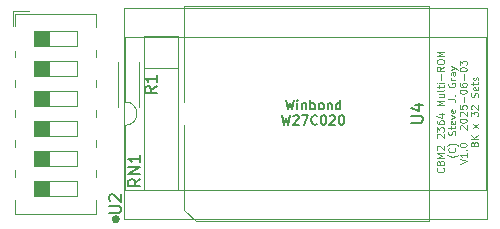
<source format=gbr>
G04 #@! TF.GenerationSoftware,KiCad,Pcbnew,9.0.0*
G04 #@! TF.CreationDate,2025-06-03T17:41:34-04:00*
G04 #@! TF.ProjectId,CBM2-MultiROM,43424d32-2d4d-4756-9c74-69524f4d2e6b,rev?*
G04 #@! TF.SameCoordinates,Original*
G04 #@! TF.FileFunction,Legend,Top*
G04 #@! TF.FilePolarity,Positive*
%FSLAX46Y46*%
G04 Gerber Fmt 4.6, Leading zero omitted, Abs format (unit mm)*
G04 Created by KiCad (PCBNEW 9.0.0) date 2025-06-03 17:41:34*
%MOMM*%
%LPD*%
G01*
G04 APERTURE LIST*
%ADD10C,0.362368*%
%ADD11C,0.150000*%
%ADD12C,0.100000*%
%ADD13C,0.120000*%
G04 APERTURE END LIST*
D10*
X112652384Y-96522850D02*
G75*
G02*
X112290016Y-96522850I-181184J0D01*
G01*
X112290016Y-96522850D02*
G75*
G02*
X112652384Y-96522850I181184J0D01*
G01*
D11*
X126866941Y-86426940D02*
X127057417Y-87226940D01*
X127057417Y-87226940D02*
X127209798Y-86655511D01*
X127209798Y-86655511D02*
X127362179Y-87226940D01*
X127362179Y-87226940D02*
X127552656Y-86426940D01*
X127857418Y-87226940D02*
X127857418Y-86693606D01*
X127857418Y-86426940D02*
X127819322Y-86465035D01*
X127819322Y-86465035D02*
X127857418Y-86503130D01*
X127857418Y-86503130D02*
X127895513Y-86465035D01*
X127895513Y-86465035D02*
X127857418Y-86426940D01*
X127857418Y-86426940D02*
X127857418Y-86503130D01*
X128238370Y-86693606D02*
X128238370Y-87226940D01*
X128238370Y-86769797D02*
X128276465Y-86731702D01*
X128276465Y-86731702D02*
X128352655Y-86693606D01*
X128352655Y-86693606D02*
X128466941Y-86693606D01*
X128466941Y-86693606D02*
X128543132Y-86731702D01*
X128543132Y-86731702D02*
X128581227Y-86807892D01*
X128581227Y-86807892D02*
X128581227Y-87226940D01*
X128962180Y-87226940D02*
X128962180Y-86426940D01*
X128962180Y-86731702D02*
X129038370Y-86693606D01*
X129038370Y-86693606D02*
X129190751Y-86693606D01*
X129190751Y-86693606D02*
X129266942Y-86731702D01*
X129266942Y-86731702D02*
X129305037Y-86769797D01*
X129305037Y-86769797D02*
X129343132Y-86845987D01*
X129343132Y-86845987D02*
X129343132Y-87074559D01*
X129343132Y-87074559D02*
X129305037Y-87150749D01*
X129305037Y-87150749D02*
X129266942Y-87188845D01*
X129266942Y-87188845D02*
X129190751Y-87226940D01*
X129190751Y-87226940D02*
X129038370Y-87226940D01*
X129038370Y-87226940D02*
X128962180Y-87188845D01*
X129800275Y-87226940D02*
X129724085Y-87188845D01*
X129724085Y-87188845D02*
X129685990Y-87150749D01*
X129685990Y-87150749D02*
X129647894Y-87074559D01*
X129647894Y-87074559D02*
X129647894Y-86845987D01*
X129647894Y-86845987D02*
X129685990Y-86769797D01*
X129685990Y-86769797D02*
X129724085Y-86731702D01*
X129724085Y-86731702D02*
X129800275Y-86693606D01*
X129800275Y-86693606D02*
X129914561Y-86693606D01*
X129914561Y-86693606D02*
X129990752Y-86731702D01*
X129990752Y-86731702D02*
X130028847Y-86769797D01*
X130028847Y-86769797D02*
X130066942Y-86845987D01*
X130066942Y-86845987D02*
X130066942Y-87074559D01*
X130066942Y-87074559D02*
X130028847Y-87150749D01*
X130028847Y-87150749D02*
X129990752Y-87188845D01*
X129990752Y-87188845D02*
X129914561Y-87226940D01*
X129914561Y-87226940D02*
X129800275Y-87226940D01*
X130409800Y-86693606D02*
X130409800Y-87226940D01*
X130409800Y-86769797D02*
X130447895Y-86731702D01*
X130447895Y-86731702D02*
X130524085Y-86693606D01*
X130524085Y-86693606D02*
X130638371Y-86693606D01*
X130638371Y-86693606D02*
X130714562Y-86731702D01*
X130714562Y-86731702D02*
X130752657Y-86807892D01*
X130752657Y-86807892D02*
X130752657Y-87226940D01*
X131476467Y-87226940D02*
X131476467Y-86426940D01*
X131476467Y-87188845D02*
X131400276Y-87226940D01*
X131400276Y-87226940D02*
X131247895Y-87226940D01*
X131247895Y-87226940D02*
X131171705Y-87188845D01*
X131171705Y-87188845D02*
X131133610Y-87150749D01*
X131133610Y-87150749D02*
X131095514Y-87074559D01*
X131095514Y-87074559D02*
X131095514Y-86845987D01*
X131095514Y-86845987D02*
X131133610Y-86769797D01*
X131133610Y-86769797D02*
X131171705Y-86731702D01*
X131171705Y-86731702D02*
X131247895Y-86693606D01*
X131247895Y-86693606D02*
X131400276Y-86693606D01*
X131400276Y-86693606D02*
X131476467Y-86731702D01*
X126562180Y-87714895D02*
X126752656Y-88514895D01*
X126752656Y-88514895D02*
X126905037Y-87943466D01*
X126905037Y-87943466D02*
X127057418Y-88514895D01*
X127057418Y-88514895D02*
X127247895Y-87714895D01*
X127514561Y-87791085D02*
X127552657Y-87752990D01*
X127552657Y-87752990D02*
X127628847Y-87714895D01*
X127628847Y-87714895D02*
X127819323Y-87714895D01*
X127819323Y-87714895D02*
X127895514Y-87752990D01*
X127895514Y-87752990D02*
X127933609Y-87791085D01*
X127933609Y-87791085D02*
X127971704Y-87867276D01*
X127971704Y-87867276D02*
X127971704Y-87943466D01*
X127971704Y-87943466D02*
X127933609Y-88057752D01*
X127933609Y-88057752D02*
X127476466Y-88514895D01*
X127476466Y-88514895D02*
X127971704Y-88514895D01*
X128238371Y-87714895D02*
X128771705Y-87714895D01*
X128771705Y-87714895D02*
X128428847Y-88514895D01*
X129533610Y-88438704D02*
X129495514Y-88476800D01*
X129495514Y-88476800D02*
X129381229Y-88514895D01*
X129381229Y-88514895D02*
X129305038Y-88514895D01*
X129305038Y-88514895D02*
X129190752Y-88476800D01*
X129190752Y-88476800D02*
X129114562Y-88400609D01*
X129114562Y-88400609D02*
X129076467Y-88324419D01*
X129076467Y-88324419D02*
X129038371Y-88172038D01*
X129038371Y-88172038D02*
X129038371Y-88057752D01*
X129038371Y-88057752D02*
X129076467Y-87905371D01*
X129076467Y-87905371D02*
X129114562Y-87829180D01*
X129114562Y-87829180D02*
X129190752Y-87752990D01*
X129190752Y-87752990D02*
X129305038Y-87714895D01*
X129305038Y-87714895D02*
X129381229Y-87714895D01*
X129381229Y-87714895D02*
X129495514Y-87752990D01*
X129495514Y-87752990D02*
X129533610Y-87791085D01*
X130028848Y-87714895D02*
X130105038Y-87714895D01*
X130105038Y-87714895D02*
X130181229Y-87752990D01*
X130181229Y-87752990D02*
X130219324Y-87791085D01*
X130219324Y-87791085D02*
X130257419Y-87867276D01*
X130257419Y-87867276D02*
X130295514Y-88019657D01*
X130295514Y-88019657D02*
X130295514Y-88210133D01*
X130295514Y-88210133D02*
X130257419Y-88362514D01*
X130257419Y-88362514D02*
X130219324Y-88438704D01*
X130219324Y-88438704D02*
X130181229Y-88476800D01*
X130181229Y-88476800D02*
X130105038Y-88514895D01*
X130105038Y-88514895D02*
X130028848Y-88514895D01*
X130028848Y-88514895D02*
X129952657Y-88476800D01*
X129952657Y-88476800D02*
X129914562Y-88438704D01*
X129914562Y-88438704D02*
X129876467Y-88362514D01*
X129876467Y-88362514D02*
X129838371Y-88210133D01*
X129838371Y-88210133D02*
X129838371Y-88019657D01*
X129838371Y-88019657D02*
X129876467Y-87867276D01*
X129876467Y-87867276D02*
X129914562Y-87791085D01*
X129914562Y-87791085D02*
X129952657Y-87752990D01*
X129952657Y-87752990D02*
X130028848Y-87714895D01*
X130600276Y-87791085D02*
X130638372Y-87752990D01*
X130638372Y-87752990D02*
X130714562Y-87714895D01*
X130714562Y-87714895D02*
X130905038Y-87714895D01*
X130905038Y-87714895D02*
X130981229Y-87752990D01*
X130981229Y-87752990D02*
X131019324Y-87791085D01*
X131019324Y-87791085D02*
X131057419Y-87867276D01*
X131057419Y-87867276D02*
X131057419Y-87943466D01*
X131057419Y-87943466D02*
X131019324Y-88057752D01*
X131019324Y-88057752D02*
X130562181Y-88514895D01*
X130562181Y-88514895D02*
X131057419Y-88514895D01*
X131552658Y-87714895D02*
X131628848Y-87714895D01*
X131628848Y-87714895D02*
X131705039Y-87752990D01*
X131705039Y-87752990D02*
X131743134Y-87791085D01*
X131743134Y-87791085D02*
X131781229Y-87867276D01*
X131781229Y-87867276D02*
X131819324Y-88019657D01*
X131819324Y-88019657D02*
X131819324Y-88210133D01*
X131819324Y-88210133D02*
X131781229Y-88362514D01*
X131781229Y-88362514D02*
X131743134Y-88438704D01*
X131743134Y-88438704D02*
X131705039Y-88476800D01*
X131705039Y-88476800D02*
X131628848Y-88514895D01*
X131628848Y-88514895D02*
X131552658Y-88514895D01*
X131552658Y-88514895D02*
X131476467Y-88476800D01*
X131476467Y-88476800D02*
X131438372Y-88438704D01*
X131438372Y-88438704D02*
X131400277Y-88362514D01*
X131400277Y-88362514D02*
X131362181Y-88210133D01*
X131362181Y-88210133D02*
X131362181Y-88019657D01*
X131362181Y-88019657D02*
X131400277Y-87867276D01*
X131400277Y-87867276D02*
X131438372Y-87791085D01*
X131438372Y-87791085D02*
X131476467Y-87752990D01*
X131476467Y-87752990D02*
X131552658Y-87714895D01*
D12*
X140196930Y-92183942D02*
X140225502Y-92212514D01*
X140225502Y-92212514D02*
X140254073Y-92298228D01*
X140254073Y-92298228D02*
X140254073Y-92355371D01*
X140254073Y-92355371D02*
X140225502Y-92441085D01*
X140225502Y-92441085D02*
X140168359Y-92498228D01*
X140168359Y-92498228D02*
X140111216Y-92526799D01*
X140111216Y-92526799D02*
X139996930Y-92555371D01*
X139996930Y-92555371D02*
X139911216Y-92555371D01*
X139911216Y-92555371D02*
X139796930Y-92526799D01*
X139796930Y-92526799D02*
X139739787Y-92498228D01*
X139739787Y-92498228D02*
X139682644Y-92441085D01*
X139682644Y-92441085D02*
X139654073Y-92355371D01*
X139654073Y-92355371D02*
X139654073Y-92298228D01*
X139654073Y-92298228D02*
X139682644Y-92212514D01*
X139682644Y-92212514D02*
X139711216Y-92183942D01*
X139939787Y-91726799D02*
X139968359Y-91641085D01*
X139968359Y-91641085D02*
X139996930Y-91612514D01*
X139996930Y-91612514D02*
X140054073Y-91583942D01*
X140054073Y-91583942D02*
X140139787Y-91583942D01*
X140139787Y-91583942D02*
X140196930Y-91612514D01*
X140196930Y-91612514D02*
X140225502Y-91641085D01*
X140225502Y-91641085D02*
X140254073Y-91698228D01*
X140254073Y-91698228D02*
X140254073Y-91926799D01*
X140254073Y-91926799D02*
X139654073Y-91926799D01*
X139654073Y-91926799D02*
X139654073Y-91726799D01*
X139654073Y-91726799D02*
X139682644Y-91669657D01*
X139682644Y-91669657D02*
X139711216Y-91641085D01*
X139711216Y-91641085D02*
X139768359Y-91612514D01*
X139768359Y-91612514D02*
X139825502Y-91612514D01*
X139825502Y-91612514D02*
X139882644Y-91641085D01*
X139882644Y-91641085D02*
X139911216Y-91669657D01*
X139911216Y-91669657D02*
X139939787Y-91726799D01*
X139939787Y-91726799D02*
X139939787Y-91926799D01*
X140254073Y-91326799D02*
X139654073Y-91326799D01*
X139654073Y-91326799D02*
X140082644Y-91126799D01*
X140082644Y-91126799D02*
X139654073Y-90926799D01*
X139654073Y-90926799D02*
X140254073Y-90926799D01*
X139711216Y-90669657D02*
X139682644Y-90641085D01*
X139682644Y-90641085D02*
X139654073Y-90583943D01*
X139654073Y-90583943D02*
X139654073Y-90441085D01*
X139654073Y-90441085D02*
X139682644Y-90383943D01*
X139682644Y-90383943D02*
X139711216Y-90355371D01*
X139711216Y-90355371D02*
X139768359Y-90326800D01*
X139768359Y-90326800D02*
X139825502Y-90326800D01*
X139825502Y-90326800D02*
X139911216Y-90355371D01*
X139911216Y-90355371D02*
X140254073Y-90698228D01*
X140254073Y-90698228D02*
X140254073Y-90326800D01*
X139711216Y-89641085D02*
X139682644Y-89612513D01*
X139682644Y-89612513D02*
X139654073Y-89555371D01*
X139654073Y-89555371D02*
X139654073Y-89412513D01*
X139654073Y-89412513D02*
X139682644Y-89355371D01*
X139682644Y-89355371D02*
X139711216Y-89326799D01*
X139711216Y-89326799D02*
X139768359Y-89298228D01*
X139768359Y-89298228D02*
X139825502Y-89298228D01*
X139825502Y-89298228D02*
X139911216Y-89326799D01*
X139911216Y-89326799D02*
X140254073Y-89669656D01*
X140254073Y-89669656D02*
X140254073Y-89298228D01*
X139654073Y-89098227D02*
X139654073Y-88726799D01*
X139654073Y-88726799D02*
X139882644Y-88926799D01*
X139882644Y-88926799D02*
X139882644Y-88841084D01*
X139882644Y-88841084D02*
X139911216Y-88783942D01*
X139911216Y-88783942D02*
X139939787Y-88755370D01*
X139939787Y-88755370D02*
X139996930Y-88726799D01*
X139996930Y-88726799D02*
X140139787Y-88726799D01*
X140139787Y-88726799D02*
X140196930Y-88755370D01*
X140196930Y-88755370D02*
X140225502Y-88783942D01*
X140225502Y-88783942D02*
X140254073Y-88841084D01*
X140254073Y-88841084D02*
X140254073Y-89012513D01*
X140254073Y-89012513D02*
X140225502Y-89069656D01*
X140225502Y-89069656D02*
X140196930Y-89098227D01*
X139654073Y-88212513D02*
X139654073Y-88326798D01*
X139654073Y-88326798D02*
X139682644Y-88383941D01*
X139682644Y-88383941D02*
X139711216Y-88412513D01*
X139711216Y-88412513D02*
X139796930Y-88469655D01*
X139796930Y-88469655D02*
X139911216Y-88498227D01*
X139911216Y-88498227D02*
X140139787Y-88498227D01*
X140139787Y-88498227D02*
X140196930Y-88469655D01*
X140196930Y-88469655D02*
X140225502Y-88441084D01*
X140225502Y-88441084D02*
X140254073Y-88383941D01*
X140254073Y-88383941D02*
X140254073Y-88269655D01*
X140254073Y-88269655D02*
X140225502Y-88212513D01*
X140225502Y-88212513D02*
X140196930Y-88183941D01*
X140196930Y-88183941D02*
X140139787Y-88155370D01*
X140139787Y-88155370D02*
X139996930Y-88155370D01*
X139996930Y-88155370D02*
X139939787Y-88183941D01*
X139939787Y-88183941D02*
X139911216Y-88212513D01*
X139911216Y-88212513D02*
X139882644Y-88269655D01*
X139882644Y-88269655D02*
X139882644Y-88383941D01*
X139882644Y-88383941D02*
X139911216Y-88441084D01*
X139911216Y-88441084D02*
X139939787Y-88469655D01*
X139939787Y-88469655D02*
X139996930Y-88498227D01*
X139854073Y-87641084D02*
X140254073Y-87641084D01*
X139625502Y-87783941D02*
X140054073Y-87926798D01*
X140054073Y-87926798D02*
X140054073Y-87555369D01*
X140254073Y-86869654D02*
X139654073Y-86869654D01*
X139654073Y-86869654D02*
X140082644Y-86669654D01*
X140082644Y-86669654D02*
X139654073Y-86469654D01*
X139654073Y-86469654D02*
X140254073Y-86469654D01*
X139854073Y-85926798D02*
X140254073Y-85926798D01*
X139854073Y-86183940D02*
X140168359Y-86183940D01*
X140168359Y-86183940D02*
X140225502Y-86155369D01*
X140225502Y-86155369D02*
X140254073Y-86098226D01*
X140254073Y-86098226D02*
X140254073Y-86012512D01*
X140254073Y-86012512D02*
X140225502Y-85955369D01*
X140225502Y-85955369D02*
X140196930Y-85926798D01*
X140254073Y-85555369D02*
X140225502Y-85612512D01*
X140225502Y-85612512D02*
X140168359Y-85641083D01*
X140168359Y-85641083D02*
X139654073Y-85641083D01*
X139854073Y-85412512D02*
X139854073Y-85183940D01*
X139654073Y-85326797D02*
X140168359Y-85326797D01*
X140168359Y-85326797D02*
X140225502Y-85298226D01*
X140225502Y-85298226D02*
X140254073Y-85241083D01*
X140254073Y-85241083D02*
X140254073Y-85183940D01*
X140254073Y-84983940D02*
X139854073Y-84983940D01*
X139654073Y-84983940D02*
X139682644Y-85012512D01*
X139682644Y-85012512D02*
X139711216Y-84983940D01*
X139711216Y-84983940D02*
X139682644Y-84955369D01*
X139682644Y-84955369D02*
X139654073Y-84983940D01*
X139654073Y-84983940D02*
X139711216Y-84983940D01*
X140025502Y-84698226D02*
X140025502Y-84241084D01*
X140254073Y-83612512D02*
X139968359Y-83812512D01*
X140254073Y-83955369D02*
X139654073Y-83955369D01*
X139654073Y-83955369D02*
X139654073Y-83726798D01*
X139654073Y-83726798D02*
X139682644Y-83669655D01*
X139682644Y-83669655D02*
X139711216Y-83641084D01*
X139711216Y-83641084D02*
X139768359Y-83612512D01*
X139768359Y-83612512D02*
X139854073Y-83612512D01*
X139854073Y-83612512D02*
X139911216Y-83641084D01*
X139911216Y-83641084D02*
X139939787Y-83669655D01*
X139939787Y-83669655D02*
X139968359Y-83726798D01*
X139968359Y-83726798D02*
X139968359Y-83955369D01*
X139654073Y-83241084D02*
X139654073Y-83126798D01*
X139654073Y-83126798D02*
X139682644Y-83069655D01*
X139682644Y-83069655D02*
X139739787Y-83012512D01*
X139739787Y-83012512D02*
X139854073Y-82983941D01*
X139854073Y-82983941D02*
X140054073Y-82983941D01*
X140054073Y-82983941D02*
X140168359Y-83012512D01*
X140168359Y-83012512D02*
X140225502Y-83069655D01*
X140225502Y-83069655D02*
X140254073Y-83126798D01*
X140254073Y-83126798D02*
X140254073Y-83241084D01*
X140254073Y-83241084D02*
X140225502Y-83298227D01*
X140225502Y-83298227D02*
X140168359Y-83355369D01*
X140168359Y-83355369D02*
X140054073Y-83383941D01*
X140054073Y-83383941D02*
X139854073Y-83383941D01*
X139854073Y-83383941D02*
X139739787Y-83355369D01*
X139739787Y-83355369D02*
X139682644Y-83298227D01*
X139682644Y-83298227D02*
X139654073Y-83241084D01*
X140254073Y-82726798D02*
X139654073Y-82726798D01*
X139654073Y-82726798D02*
X140082644Y-82526798D01*
X140082644Y-82526798D02*
X139654073Y-82326798D01*
X139654073Y-82326798D02*
X140254073Y-82326798D01*
X141448610Y-91055372D02*
X141420039Y-91083943D01*
X141420039Y-91083943D02*
X141334325Y-91141086D01*
X141334325Y-91141086D02*
X141277182Y-91169658D01*
X141277182Y-91169658D02*
X141191468Y-91198229D01*
X141191468Y-91198229D02*
X141048610Y-91226800D01*
X141048610Y-91226800D02*
X140934325Y-91226800D01*
X140934325Y-91226800D02*
X140791468Y-91198229D01*
X140791468Y-91198229D02*
X140705753Y-91169658D01*
X140705753Y-91169658D02*
X140648610Y-91141086D01*
X140648610Y-91141086D02*
X140562896Y-91083943D01*
X140562896Y-91083943D02*
X140534325Y-91055372D01*
X141162896Y-90483943D02*
X141191468Y-90512515D01*
X141191468Y-90512515D02*
X141220039Y-90598229D01*
X141220039Y-90598229D02*
X141220039Y-90655372D01*
X141220039Y-90655372D02*
X141191468Y-90741086D01*
X141191468Y-90741086D02*
X141134325Y-90798229D01*
X141134325Y-90798229D02*
X141077182Y-90826800D01*
X141077182Y-90826800D02*
X140962896Y-90855372D01*
X140962896Y-90855372D02*
X140877182Y-90855372D01*
X140877182Y-90855372D02*
X140762896Y-90826800D01*
X140762896Y-90826800D02*
X140705753Y-90798229D01*
X140705753Y-90798229D02*
X140648610Y-90741086D01*
X140648610Y-90741086D02*
X140620039Y-90655372D01*
X140620039Y-90655372D02*
X140620039Y-90598229D01*
X140620039Y-90598229D02*
X140648610Y-90512515D01*
X140648610Y-90512515D02*
X140677182Y-90483943D01*
X141448610Y-90283943D02*
X141420039Y-90255372D01*
X141420039Y-90255372D02*
X141334325Y-90198229D01*
X141334325Y-90198229D02*
X141277182Y-90169658D01*
X141277182Y-90169658D02*
X141191468Y-90141086D01*
X141191468Y-90141086D02*
X141048610Y-90112515D01*
X141048610Y-90112515D02*
X140934325Y-90112515D01*
X140934325Y-90112515D02*
X140791468Y-90141086D01*
X140791468Y-90141086D02*
X140705753Y-90169658D01*
X140705753Y-90169658D02*
X140648610Y-90198229D01*
X140648610Y-90198229D02*
X140562896Y-90255372D01*
X140562896Y-90255372D02*
X140534325Y-90283943D01*
X141191468Y-89398229D02*
X141220039Y-89312515D01*
X141220039Y-89312515D02*
X141220039Y-89169657D01*
X141220039Y-89169657D02*
X141191468Y-89112515D01*
X141191468Y-89112515D02*
X141162896Y-89083943D01*
X141162896Y-89083943D02*
X141105753Y-89055372D01*
X141105753Y-89055372D02*
X141048610Y-89055372D01*
X141048610Y-89055372D02*
X140991468Y-89083943D01*
X140991468Y-89083943D02*
X140962896Y-89112515D01*
X140962896Y-89112515D02*
X140934325Y-89169657D01*
X140934325Y-89169657D02*
X140905753Y-89283943D01*
X140905753Y-89283943D02*
X140877182Y-89341086D01*
X140877182Y-89341086D02*
X140848610Y-89369657D01*
X140848610Y-89369657D02*
X140791468Y-89398229D01*
X140791468Y-89398229D02*
X140734325Y-89398229D01*
X140734325Y-89398229D02*
X140677182Y-89369657D01*
X140677182Y-89369657D02*
X140648610Y-89341086D01*
X140648610Y-89341086D02*
X140620039Y-89283943D01*
X140620039Y-89283943D02*
X140620039Y-89141086D01*
X140620039Y-89141086D02*
X140648610Y-89055372D01*
X140820039Y-88883943D02*
X140820039Y-88655371D01*
X140620039Y-88798228D02*
X141134325Y-88798228D01*
X141134325Y-88798228D02*
X141191468Y-88769657D01*
X141191468Y-88769657D02*
X141220039Y-88712514D01*
X141220039Y-88712514D02*
X141220039Y-88655371D01*
X141191468Y-88226800D02*
X141220039Y-88283943D01*
X141220039Y-88283943D02*
X141220039Y-88398229D01*
X141220039Y-88398229D02*
X141191468Y-88455371D01*
X141191468Y-88455371D02*
X141134325Y-88483943D01*
X141134325Y-88483943D02*
X140905753Y-88483943D01*
X140905753Y-88483943D02*
X140848610Y-88455371D01*
X140848610Y-88455371D02*
X140820039Y-88398229D01*
X140820039Y-88398229D02*
X140820039Y-88283943D01*
X140820039Y-88283943D02*
X140848610Y-88226800D01*
X140848610Y-88226800D02*
X140905753Y-88198229D01*
X140905753Y-88198229D02*
X140962896Y-88198229D01*
X140962896Y-88198229D02*
X141020039Y-88483943D01*
X140820039Y-87998228D02*
X141220039Y-87855371D01*
X141220039Y-87855371D02*
X140820039Y-87712514D01*
X141191468Y-87255371D02*
X141220039Y-87312514D01*
X141220039Y-87312514D02*
X141220039Y-87426800D01*
X141220039Y-87426800D02*
X141191468Y-87483942D01*
X141191468Y-87483942D02*
X141134325Y-87512514D01*
X141134325Y-87512514D02*
X140905753Y-87512514D01*
X140905753Y-87512514D02*
X140848610Y-87483942D01*
X140848610Y-87483942D02*
X140820039Y-87426800D01*
X140820039Y-87426800D02*
X140820039Y-87312514D01*
X140820039Y-87312514D02*
X140848610Y-87255371D01*
X140848610Y-87255371D02*
X140905753Y-87226800D01*
X140905753Y-87226800D02*
X140962896Y-87226800D01*
X140962896Y-87226800D02*
X141020039Y-87512514D01*
X140620039Y-86341085D02*
X141048610Y-86341085D01*
X141048610Y-86341085D02*
X141134325Y-86369656D01*
X141134325Y-86369656D02*
X141191468Y-86426799D01*
X141191468Y-86426799D02*
X141220039Y-86512513D01*
X141220039Y-86512513D02*
X141220039Y-86569656D01*
X141162896Y-86055370D02*
X141191468Y-86026799D01*
X141191468Y-86026799D02*
X141220039Y-86055370D01*
X141220039Y-86055370D02*
X141191468Y-86083942D01*
X141191468Y-86083942D02*
X141162896Y-86055370D01*
X141162896Y-86055370D02*
X141220039Y-86055370D01*
X140648610Y-84998228D02*
X140620039Y-85055371D01*
X140620039Y-85055371D02*
X140620039Y-85141085D01*
X140620039Y-85141085D02*
X140648610Y-85226799D01*
X140648610Y-85226799D02*
X140705753Y-85283942D01*
X140705753Y-85283942D02*
X140762896Y-85312513D01*
X140762896Y-85312513D02*
X140877182Y-85341085D01*
X140877182Y-85341085D02*
X140962896Y-85341085D01*
X140962896Y-85341085D02*
X141077182Y-85312513D01*
X141077182Y-85312513D02*
X141134325Y-85283942D01*
X141134325Y-85283942D02*
X141191468Y-85226799D01*
X141191468Y-85226799D02*
X141220039Y-85141085D01*
X141220039Y-85141085D02*
X141220039Y-85083942D01*
X141220039Y-85083942D02*
X141191468Y-84998228D01*
X141191468Y-84998228D02*
X141162896Y-84969656D01*
X141162896Y-84969656D02*
X140962896Y-84969656D01*
X140962896Y-84969656D02*
X140962896Y-85083942D01*
X141220039Y-84712513D02*
X140820039Y-84712513D01*
X140934325Y-84712513D02*
X140877182Y-84683942D01*
X140877182Y-84683942D02*
X140848610Y-84655371D01*
X140848610Y-84655371D02*
X140820039Y-84598228D01*
X140820039Y-84598228D02*
X140820039Y-84541085D01*
X141220039Y-84083942D02*
X140905753Y-84083942D01*
X140905753Y-84083942D02*
X140848610Y-84112513D01*
X140848610Y-84112513D02*
X140820039Y-84169656D01*
X140820039Y-84169656D02*
X140820039Y-84283942D01*
X140820039Y-84283942D02*
X140848610Y-84341084D01*
X141191468Y-84083942D02*
X141220039Y-84141084D01*
X141220039Y-84141084D02*
X141220039Y-84283942D01*
X141220039Y-84283942D02*
X141191468Y-84341084D01*
X141191468Y-84341084D02*
X141134325Y-84369656D01*
X141134325Y-84369656D02*
X141077182Y-84369656D01*
X141077182Y-84369656D02*
X141020039Y-84341084D01*
X141020039Y-84341084D02*
X140991468Y-84283942D01*
X140991468Y-84283942D02*
X140991468Y-84141084D01*
X140991468Y-84141084D02*
X140962896Y-84083942D01*
X140820039Y-83855370D02*
X141220039Y-83712513D01*
X140820039Y-83569656D02*
X141220039Y-83712513D01*
X141220039Y-83712513D02*
X141362896Y-83769656D01*
X141362896Y-83769656D02*
X141391468Y-83798227D01*
X141391468Y-83798227D02*
X141420039Y-83855370D01*
X141586005Y-91826802D02*
X142186005Y-91626802D01*
X142186005Y-91626802D02*
X141586005Y-91426802D01*
X142186005Y-90912516D02*
X142186005Y-91255373D01*
X142186005Y-91083944D02*
X141586005Y-91083944D01*
X141586005Y-91083944D02*
X141671719Y-91141087D01*
X141671719Y-91141087D02*
X141728862Y-91198230D01*
X141728862Y-91198230D02*
X141757434Y-91255373D01*
X142128862Y-90655372D02*
X142157434Y-90626801D01*
X142157434Y-90626801D02*
X142186005Y-90655372D01*
X142186005Y-90655372D02*
X142157434Y-90683944D01*
X142157434Y-90683944D02*
X142128862Y-90655372D01*
X142128862Y-90655372D02*
X142186005Y-90655372D01*
X141586005Y-90255373D02*
X141586005Y-90198230D01*
X141586005Y-90198230D02*
X141614576Y-90141087D01*
X141614576Y-90141087D02*
X141643148Y-90112516D01*
X141643148Y-90112516D02*
X141700291Y-90083944D01*
X141700291Y-90083944D02*
X141814576Y-90055373D01*
X141814576Y-90055373D02*
X141957434Y-90055373D01*
X141957434Y-90055373D02*
X142071719Y-90083944D01*
X142071719Y-90083944D02*
X142128862Y-90112516D01*
X142128862Y-90112516D02*
X142157434Y-90141087D01*
X142157434Y-90141087D02*
X142186005Y-90198230D01*
X142186005Y-90198230D02*
X142186005Y-90255373D01*
X142186005Y-90255373D02*
X142157434Y-90312516D01*
X142157434Y-90312516D02*
X142128862Y-90341087D01*
X142128862Y-90341087D02*
X142071719Y-90369658D01*
X142071719Y-90369658D02*
X141957434Y-90398230D01*
X141957434Y-90398230D02*
X141814576Y-90398230D01*
X141814576Y-90398230D02*
X141700291Y-90369658D01*
X141700291Y-90369658D02*
X141643148Y-90341087D01*
X141643148Y-90341087D02*
X141614576Y-90312516D01*
X141614576Y-90312516D02*
X141586005Y-90255373D01*
X141643148Y-88912515D02*
X141614576Y-88883943D01*
X141614576Y-88883943D02*
X141586005Y-88826801D01*
X141586005Y-88826801D02*
X141586005Y-88683943D01*
X141586005Y-88683943D02*
X141614576Y-88626801D01*
X141614576Y-88626801D02*
X141643148Y-88598229D01*
X141643148Y-88598229D02*
X141700291Y-88569658D01*
X141700291Y-88569658D02*
X141757434Y-88569658D01*
X141757434Y-88569658D02*
X141843148Y-88598229D01*
X141843148Y-88598229D02*
X142186005Y-88941086D01*
X142186005Y-88941086D02*
X142186005Y-88569658D01*
X141586005Y-88198229D02*
X141586005Y-88141086D01*
X141586005Y-88141086D02*
X141614576Y-88083943D01*
X141614576Y-88083943D02*
X141643148Y-88055372D01*
X141643148Y-88055372D02*
X141700291Y-88026800D01*
X141700291Y-88026800D02*
X141814576Y-87998229D01*
X141814576Y-87998229D02*
X141957434Y-87998229D01*
X141957434Y-87998229D02*
X142071719Y-88026800D01*
X142071719Y-88026800D02*
X142128862Y-88055372D01*
X142128862Y-88055372D02*
X142157434Y-88083943D01*
X142157434Y-88083943D02*
X142186005Y-88141086D01*
X142186005Y-88141086D02*
X142186005Y-88198229D01*
X142186005Y-88198229D02*
X142157434Y-88255372D01*
X142157434Y-88255372D02*
X142128862Y-88283943D01*
X142128862Y-88283943D02*
X142071719Y-88312514D01*
X142071719Y-88312514D02*
X141957434Y-88341086D01*
X141957434Y-88341086D02*
X141814576Y-88341086D01*
X141814576Y-88341086D02*
X141700291Y-88312514D01*
X141700291Y-88312514D02*
X141643148Y-88283943D01*
X141643148Y-88283943D02*
X141614576Y-88255372D01*
X141614576Y-88255372D02*
X141586005Y-88198229D01*
X141643148Y-87769657D02*
X141614576Y-87741085D01*
X141614576Y-87741085D02*
X141586005Y-87683943D01*
X141586005Y-87683943D02*
X141586005Y-87541085D01*
X141586005Y-87541085D02*
X141614576Y-87483943D01*
X141614576Y-87483943D02*
X141643148Y-87455371D01*
X141643148Y-87455371D02*
X141700291Y-87426800D01*
X141700291Y-87426800D02*
X141757434Y-87426800D01*
X141757434Y-87426800D02*
X141843148Y-87455371D01*
X141843148Y-87455371D02*
X142186005Y-87798228D01*
X142186005Y-87798228D02*
X142186005Y-87426800D01*
X141586005Y-86883942D02*
X141586005Y-87169656D01*
X141586005Y-87169656D02*
X141871719Y-87198228D01*
X141871719Y-87198228D02*
X141843148Y-87169656D01*
X141843148Y-87169656D02*
X141814576Y-87112514D01*
X141814576Y-87112514D02*
X141814576Y-86969656D01*
X141814576Y-86969656D02*
X141843148Y-86912514D01*
X141843148Y-86912514D02*
X141871719Y-86883942D01*
X141871719Y-86883942D02*
X141928862Y-86855371D01*
X141928862Y-86855371D02*
X142071719Y-86855371D01*
X142071719Y-86855371D02*
X142128862Y-86883942D01*
X142128862Y-86883942D02*
X142157434Y-86912514D01*
X142157434Y-86912514D02*
X142186005Y-86969656D01*
X142186005Y-86969656D02*
X142186005Y-87112514D01*
X142186005Y-87112514D02*
X142157434Y-87169656D01*
X142157434Y-87169656D02*
X142128862Y-87198228D01*
X141957434Y-86598227D02*
X141957434Y-86141085D01*
X141586005Y-85741085D02*
X141586005Y-85683942D01*
X141586005Y-85683942D02*
X141614576Y-85626799D01*
X141614576Y-85626799D02*
X141643148Y-85598228D01*
X141643148Y-85598228D02*
X141700291Y-85569656D01*
X141700291Y-85569656D02*
X141814576Y-85541085D01*
X141814576Y-85541085D02*
X141957434Y-85541085D01*
X141957434Y-85541085D02*
X142071719Y-85569656D01*
X142071719Y-85569656D02*
X142128862Y-85598228D01*
X142128862Y-85598228D02*
X142157434Y-85626799D01*
X142157434Y-85626799D02*
X142186005Y-85683942D01*
X142186005Y-85683942D02*
X142186005Y-85741085D01*
X142186005Y-85741085D02*
X142157434Y-85798228D01*
X142157434Y-85798228D02*
X142128862Y-85826799D01*
X142128862Y-85826799D02*
X142071719Y-85855370D01*
X142071719Y-85855370D02*
X141957434Y-85883942D01*
X141957434Y-85883942D02*
X141814576Y-85883942D01*
X141814576Y-85883942D02*
X141700291Y-85855370D01*
X141700291Y-85855370D02*
X141643148Y-85826799D01*
X141643148Y-85826799D02*
X141614576Y-85798228D01*
X141614576Y-85798228D02*
X141586005Y-85741085D01*
X141586005Y-85026799D02*
X141586005Y-85141084D01*
X141586005Y-85141084D02*
X141614576Y-85198227D01*
X141614576Y-85198227D02*
X141643148Y-85226799D01*
X141643148Y-85226799D02*
X141728862Y-85283941D01*
X141728862Y-85283941D02*
X141843148Y-85312513D01*
X141843148Y-85312513D02*
X142071719Y-85312513D01*
X142071719Y-85312513D02*
X142128862Y-85283941D01*
X142128862Y-85283941D02*
X142157434Y-85255370D01*
X142157434Y-85255370D02*
X142186005Y-85198227D01*
X142186005Y-85198227D02*
X142186005Y-85083941D01*
X142186005Y-85083941D02*
X142157434Y-85026799D01*
X142157434Y-85026799D02*
X142128862Y-84998227D01*
X142128862Y-84998227D02*
X142071719Y-84969656D01*
X142071719Y-84969656D02*
X141928862Y-84969656D01*
X141928862Y-84969656D02*
X141871719Y-84998227D01*
X141871719Y-84998227D02*
X141843148Y-85026799D01*
X141843148Y-85026799D02*
X141814576Y-85083941D01*
X141814576Y-85083941D02*
X141814576Y-85198227D01*
X141814576Y-85198227D02*
X141843148Y-85255370D01*
X141843148Y-85255370D02*
X141871719Y-85283941D01*
X141871719Y-85283941D02*
X141928862Y-85312513D01*
X141957434Y-84712512D02*
X141957434Y-84255370D01*
X141586005Y-83855370D02*
X141586005Y-83798227D01*
X141586005Y-83798227D02*
X141614576Y-83741084D01*
X141614576Y-83741084D02*
X141643148Y-83712513D01*
X141643148Y-83712513D02*
X141700291Y-83683941D01*
X141700291Y-83683941D02*
X141814576Y-83655370D01*
X141814576Y-83655370D02*
X141957434Y-83655370D01*
X141957434Y-83655370D02*
X142071719Y-83683941D01*
X142071719Y-83683941D02*
X142128862Y-83712513D01*
X142128862Y-83712513D02*
X142157434Y-83741084D01*
X142157434Y-83741084D02*
X142186005Y-83798227D01*
X142186005Y-83798227D02*
X142186005Y-83855370D01*
X142186005Y-83855370D02*
X142157434Y-83912513D01*
X142157434Y-83912513D02*
X142128862Y-83941084D01*
X142128862Y-83941084D02*
X142071719Y-83969655D01*
X142071719Y-83969655D02*
X141957434Y-83998227D01*
X141957434Y-83998227D02*
X141814576Y-83998227D01*
X141814576Y-83998227D02*
X141700291Y-83969655D01*
X141700291Y-83969655D02*
X141643148Y-83941084D01*
X141643148Y-83941084D02*
X141614576Y-83912513D01*
X141614576Y-83912513D02*
X141586005Y-83855370D01*
X141586005Y-83455369D02*
X141586005Y-83083941D01*
X141586005Y-83083941D02*
X141814576Y-83283941D01*
X141814576Y-83283941D02*
X141814576Y-83198226D01*
X141814576Y-83198226D02*
X141843148Y-83141084D01*
X141843148Y-83141084D02*
X141871719Y-83112512D01*
X141871719Y-83112512D02*
X141928862Y-83083941D01*
X141928862Y-83083941D02*
X142071719Y-83083941D01*
X142071719Y-83083941D02*
X142128862Y-83112512D01*
X142128862Y-83112512D02*
X142157434Y-83141084D01*
X142157434Y-83141084D02*
X142186005Y-83198226D01*
X142186005Y-83198226D02*
X142186005Y-83369655D01*
X142186005Y-83369655D02*
X142157434Y-83426798D01*
X142157434Y-83426798D02*
X142128862Y-83455369D01*
X142809114Y-90241086D02*
X142780542Y-90298229D01*
X142780542Y-90298229D02*
X142751971Y-90326800D01*
X142751971Y-90326800D02*
X142694828Y-90355372D01*
X142694828Y-90355372D02*
X142666257Y-90355372D01*
X142666257Y-90355372D02*
X142609114Y-90326800D01*
X142609114Y-90326800D02*
X142580542Y-90298229D01*
X142580542Y-90298229D02*
X142551971Y-90241086D01*
X142551971Y-90241086D02*
X142551971Y-90126800D01*
X142551971Y-90126800D02*
X142580542Y-90069658D01*
X142580542Y-90069658D02*
X142609114Y-90041086D01*
X142609114Y-90041086D02*
X142666257Y-90012515D01*
X142666257Y-90012515D02*
X142694828Y-90012515D01*
X142694828Y-90012515D02*
X142751971Y-90041086D01*
X142751971Y-90041086D02*
X142780542Y-90069658D01*
X142780542Y-90069658D02*
X142809114Y-90126800D01*
X142809114Y-90126800D02*
X142809114Y-90241086D01*
X142809114Y-90241086D02*
X142837685Y-90298229D01*
X142837685Y-90298229D02*
X142866257Y-90326800D01*
X142866257Y-90326800D02*
X142923400Y-90355372D01*
X142923400Y-90355372D02*
X143037685Y-90355372D01*
X143037685Y-90355372D02*
X143094828Y-90326800D01*
X143094828Y-90326800D02*
X143123400Y-90298229D01*
X143123400Y-90298229D02*
X143151971Y-90241086D01*
X143151971Y-90241086D02*
X143151971Y-90126800D01*
X143151971Y-90126800D02*
X143123400Y-90069658D01*
X143123400Y-90069658D02*
X143094828Y-90041086D01*
X143094828Y-90041086D02*
X143037685Y-90012515D01*
X143037685Y-90012515D02*
X142923400Y-90012515D01*
X142923400Y-90012515D02*
X142866257Y-90041086D01*
X142866257Y-90041086D02*
X142837685Y-90069658D01*
X142837685Y-90069658D02*
X142809114Y-90126800D01*
X143151971Y-89755371D02*
X142551971Y-89755371D01*
X143151971Y-89412514D02*
X142809114Y-89669657D01*
X142551971Y-89412514D02*
X142894828Y-89755371D01*
X143151971Y-88755371D02*
X142751971Y-88441086D01*
X142751971Y-88755371D02*
X143151971Y-88441086D01*
X142551971Y-87812514D02*
X142551971Y-87441086D01*
X142551971Y-87441086D02*
X142780542Y-87641086D01*
X142780542Y-87641086D02*
X142780542Y-87555371D01*
X142780542Y-87555371D02*
X142809114Y-87498229D01*
X142809114Y-87498229D02*
X142837685Y-87469657D01*
X142837685Y-87469657D02*
X142894828Y-87441086D01*
X142894828Y-87441086D02*
X143037685Y-87441086D01*
X143037685Y-87441086D02*
X143094828Y-87469657D01*
X143094828Y-87469657D02*
X143123400Y-87498229D01*
X143123400Y-87498229D02*
X143151971Y-87555371D01*
X143151971Y-87555371D02*
X143151971Y-87726800D01*
X143151971Y-87726800D02*
X143123400Y-87783943D01*
X143123400Y-87783943D02*
X143094828Y-87812514D01*
X142609114Y-87212514D02*
X142580542Y-87183942D01*
X142580542Y-87183942D02*
X142551971Y-87126800D01*
X142551971Y-87126800D02*
X142551971Y-86983942D01*
X142551971Y-86983942D02*
X142580542Y-86926800D01*
X142580542Y-86926800D02*
X142609114Y-86898228D01*
X142609114Y-86898228D02*
X142666257Y-86869657D01*
X142666257Y-86869657D02*
X142723400Y-86869657D01*
X142723400Y-86869657D02*
X142809114Y-86898228D01*
X142809114Y-86898228D02*
X143151971Y-87241085D01*
X143151971Y-87241085D02*
X143151971Y-86869657D01*
X143123400Y-86183942D02*
X143151971Y-86098228D01*
X143151971Y-86098228D02*
X143151971Y-85955370D01*
X143151971Y-85955370D02*
X143123400Y-85898228D01*
X143123400Y-85898228D02*
X143094828Y-85869656D01*
X143094828Y-85869656D02*
X143037685Y-85841085D01*
X143037685Y-85841085D02*
X142980542Y-85841085D01*
X142980542Y-85841085D02*
X142923400Y-85869656D01*
X142923400Y-85869656D02*
X142894828Y-85898228D01*
X142894828Y-85898228D02*
X142866257Y-85955370D01*
X142866257Y-85955370D02*
X142837685Y-86069656D01*
X142837685Y-86069656D02*
X142809114Y-86126799D01*
X142809114Y-86126799D02*
X142780542Y-86155370D01*
X142780542Y-86155370D02*
X142723400Y-86183942D01*
X142723400Y-86183942D02*
X142666257Y-86183942D01*
X142666257Y-86183942D02*
X142609114Y-86155370D01*
X142609114Y-86155370D02*
X142580542Y-86126799D01*
X142580542Y-86126799D02*
X142551971Y-86069656D01*
X142551971Y-86069656D02*
X142551971Y-85926799D01*
X142551971Y-85926799D02*
X142580542Y-85841085D01*
X143123400Y-85355370D02*
X143151971Y-85412513D01*
X143151971Y-85412513D02*
X143151971Y-85526799D01*
X143151971Y-85526799D02*
X143123400Y-85583941D01*
X143123400Y-85583941D02*
X143066257Y-85612513D01*
X143066257Y-85612513D02*
X142837685Y-85612513D01*
X142837685Y-85612513D02*
X142780542Y-85583941D01*
X142780542Y-85583941D02*
X142751971Y-85526799D01*
X142751971Y-85526799D02*
X142751971Y-85412513D01*
X142751971Y-85412513D02*
X142780542Y-85355370D01*
X142780542Y-85355370D02*
X142837685Y-85326799D01*
X142837685Y-85326799D02*
X142894828Y-85326799D01*
X142894828Y-85326799D02*
X142951971Y-85612513D01*
X142751971Y-85155370D02*
X142751971Y-84926798D01*
X142551971Y-85069655D02*
X143066257Y-85069655D01*
X143066257Y-85069655D02*
X143123400Y-85041084D01*
X143123400Y-85041084D02*
X143151971Y-84983941D01*
X143151971Y-84983941D02*
X143151971Y-84926798D01*
X143123400Y-84755370D02*
X143151971Y-84698227D01*
X143151971Y-84698227D02*
X143151971Y-84583941D01*
X143151971Y-84583941D02*
X143123400Y-84526798D01*
X143123400Y-84526798D02*
X143066257Y-84498227D01*
X143066257Y-84498227D02*
X143037685Y-84498227D01*
X143037685Y-84498227D02*
X142980542Y-84526798D01*
X142980542Y-84526798D02*
X142951971Y-84583941D01*
X142951971Y-84583941D02*
X142951971Y-84669656D01*
X142951971Y-84669656D02*
X142923400Y-84726798D01*
X142923400Y-84726798D02*
X142866257Y-84755370D01*
X142866257Y-84755370D02*
X142837685Y-84755370D01*
X142837685Y-84755370D02*
X142780542Y-84726798D01*
X142780542Y-84726798D02*
X142751971Y-84669656D01*
X142751971Y-84669656D02*
X142751971Y-84583941D01*
X142751971Y-84583941D02*
X142780542Y-84526798D01*
D11*
X111900619Y-95986504D02*
X112710142Y-95986504D01*
X112710142Y-95986504D02*
X112805380Y-95938885D01*
X112805380Y-95938885D02*
X112853000Y-95891266D01*
X112853000Y-95891266D02*
X112900619Y-95796028D01*
X112900619Y-95796028D02*
X112900619Y-95605552D01*
X112900619Y-95605552D02*
X112853000Y-95510314D01*
X112853000Y-95510314D02*
X112805380Y-95462695D01*
X112805380Y-95462695D02*
X112710142Y-95415076D01*
X112710142Y-95415076D02*
X111900619Y-95415076D01*
X111995857Y-94986504D02*
X111948238Y-94938885D01*
X111948238Y-94938885D02*
X111900619Y-94843647D01*
X111900619Y-94843647D02*
X111900619Y-94605552D01*
X111900619Y-94605552D02*
X111948238Y-94510314D01*
X111948238Y-94510314D02*
X111995857Y-94462695D01*
X111995857Y-94462695D02*
X112091095Y-94415076D01*
X112091095Y-94415076D02*
X112186333Y-94415076D01*
X112186333Y-94415076D02*
X112329190Y-94462695D01*
X112329190Y-94462695D02*
X112900619Y-95034123D01*
X112900619Y-95034123D02*
X112900619Y-94415076D01*
X114551619Y-93121076D02*
X114075428Y-93454409D01*
X114551619Y-93692504D02*
X113551619Y-93692504D01*
X113551619Y-93692504D02*
X113551619Y-93311552D01*
X113551619Y-93311552D02*
X113599238Y-93216314D01*
X113599238Y-93216314D02*
X113646857Y-93168695D01*
X113646857Y-93168695D02*
X113742095Y-93121076D01*
X113742095Y-93121076D02*
X113884952Y-93121076D01*
X113884952Y-93121076D02*
X113980190Y-93168695D01*
X113980190Y-93168695D02*
X114027809Y-93216314D01*
X114027809Y-93216314D02*
X114075428Y-93311552D01*
X114075428Y-93311552D02*
X114075428Y-93692504D01*
X114551619Y-92692504D02*
X113551619Y-92692504D01*
X113551619Y-92692504D02*
X114551619Y-92121076D01*
X114551619Y-92121076D02*
X113551619Y-92121076D01*
X114551619Y-91121076D02*
X114551619Y-91692504D01*
X114551619Y-91406790D02*
X113551619Y-91406790D01*
X113551619Y-91406790D02*
X113694476Y-91502028D01*
X113694476Y-91502028D02*
X113789714Y-91597266D01*
X113789714Y-91597266D02*
X113837333Y-91692504D01*
X115938219Y-85282067D02*
X115462028Y-85615400D01*
X115938219Y-85853495D02*
X114938219Y-85853495D01*
X114938219Y-85853495D02*
X114938219Y-85472543D01*
X114938219Y-85472543D02*
X114985838Y-85377305D01*
X114985838Y-85377305D02*
X115033457Y-85329686D01*
X115033457Y-85329686D02*
X115128695Y-85282067D01*
X115128695Y-85282067D02*
X115271552Y-85282067D01*
X115271552Y-85282067D02*
X115366790Y-85329686D01*
X115366790Y-85329686D02*
X115414409Y-85377305D01*
X115414409Y-85377305D02*
X115462028Y-85472543D01*
X115462028Y-85472543D02*
X115462028Y-85853495D01*
X115938219Y-84329686D02*
X115938219Y-84901114D01*
X115938219Y-84615400D02*
X114938219Y-84615400D01*
X114938219Y-84615400D02*
X115081076Y-84710638D01*
X115081076Y-84710638D02*
X115176314Y-84805876D01*
X115176314Y-84805876D02*
X115223933Y-84901114D01*
X137478419Y-88341104D02*
X138287942Y-88341104D01*
X138287942Y-88341104D02*
X138383180Y-88293485D01*
X138383180Y-88293485D02*
X138430800Y-88245866D01*
X138430800Y-88245866D02*
X138478419Y-88150628D01*
X138478419Y-88150628D02*
X138478419Y-87960152D01*
X138478419Y-87960152D02*
X138430800Y-87864914D01*
X138430800Y-87864914D02*
X138383180Y-87817295D01*
X138383180Y-87817295D02*
X138287942Y-87769676D01*
X138287942Y-87769676D02*
X137478419Y-87769676D01*
X137811752Y-86864914D02*
X138478419Y-86864914D01*
X137430800Y-87103009D02*
X138145085Y-87341104D01*
X138145085Y-87341104D02*
X138145085Y-86722057D01*
D13*
X103741200Y-78879200D02*
X103741200Y-80189200D01*
X103741200Y-78879200D02*
X105124200Y-78879200D01*
X103981200Y-79119200D02*
X103981200Y-80189200D01*
X103981200Y-79119200D02*
X110801200Y-79119200D01*
X103981200Y-82269200D02*
X103981200Y-82809200D01*
X103981200Y-84729200D02*
X103981200Y-85349200D01*
X103981200Y-87269200D02*
X103981200Y-87889200D01*
X103981200Y-89809200D02*
X103981200Y-90429200D01*
X103981200Y-92349200D02*
X103981200Y-92969200D01*
X103981200Y-94889200D02*
X103981200Y-96039200D01*
X103981200Y-96039200D02*
X110801200Y-96039199D01*
X106787867Y-80594200D02*
X106787867Y-81864200D01*
X106787867Y-83134199D02*
X106787867Y-84404200D01*
X106787867Y-85674201D02*
X106787867Y-86944200D01*
X106787867Y-88214200D02*
X106787867Y-89484199D01*
X106787867Y-90754200D02*
X106787867Y-92024200D01*
X106787867Y-93294200D02*
X106787867Y-94564200D01*
X110801199Y-82189200D02*
X110801200Y-82809200D01*
X110801200Y-79119200D02*
X110801199Y-80269200D01*
X110801200Y-84729200D02*
X110801200Y-85349200D01*
X110801200Y-87269200D02*
X110801200Y-87889200D01*
X110801200Y-89809200D02*
X110801200Y-90429199D01*
X110801200Y-92349199D02*
X110801200Y-92969201D01*
X110801200Y-94889201D02*
X110801200Y-96039199D01*
X106787867Y-81864200D02*
X105581200Y-81864200D01*
X105581200Y-80594200D01*
X106787867Y-80594200D01*
X106787867Y-81864200D01*
G36*
X106787867Y-81864200D02*
G01*
X105581200Y-81864200D01*
X105581200Y-80594200D01*
X106787867Y-80594200D01*
X106787867Y-81864200D01*
G37*
X109201200Y-81864200D02*
X105581200Y-81864200D01*
X105581200Y-80594200D01*
X109201200Y-80594200D01*
X109201200Y-81864200D01*
X106787867Y-84404200D02*
X105581201Y-84404200D01*
X105581200Y-83134200D01*
X106787867Y-83134199D01*
X106787867Y-84404200D01*
G36*
X106787867Y-84404200D02*
G01*
X105581201Y-84404200D01*
X105581200Y-83134200D01*
X106787867Y-83134199D01*
X106787867Y-84404200D01*
G37*
X109201200Y-84404200D02*
X105581201Y-84404200D01*
X105581200Y-83134200D01*
X109201201Y-83134200D01*
X109201200Y-84404200D01*
X106787867Y-85674201D02*
X106787867Y-86944200D01*
X105581200Y-86944200D01*
X105581200Y-85674200D01*
X106787867Y-85674201D01*
G36*
X106787867Y-85674201D02*
G01*
X106787867Y-86944200D01*
X105581200Y-86944200D01*
X105581200Y-85674200D01*
X106787867Y-85674201D01*
G37*
X109201200Y-85674201D02*
X109201200Y-86944200D01*
X105581200Y-86944200D01*
X105581200Y-85674200D01*
X109201200Y-85674201D01*
X106787867Y-88214200D02*
X106787867Y-89484199D01*
X105581200Y-89484200D01*
X105581200Y-88214199D01*
X106787867Y-88214200D01*
G36*
X106787867Y-88214200D02*
G01*
X106787867Y-89484199D01*
X105581200Y-89484200D01*
X105581200Y-88214199D01*
X106787867Y-88214200D01*
G37*
X109201200Y-88214200D02*
X109201201Y-89484200D01*
X105581200Y-89484200D01*
X105581200Y-88214199D01*
X109201200Y-88214200D01*
X106787867Y-92024200D02*
X105581200Y-92024200D01*
X105581200Y-90754201D01*
X106787867Y-90754200D01*
X106787867Y-92024200D01*
G36*
X106787867Y-92024200D02*
G01*
X105581200Y-92024200D01*
X105581200Y-90754201D01*
X106787867Y-90754200D01*
X106787867Y-92024200D01*
G37*
X109201200Y-92024200D02*
X105581200Y-92024200D01*
X105581200Y-90754201D01*
X109201200Y-90754200D01*
X109201200Y-92024200D01*
X106787867Y-94564200D02*
X105581200Y-94564199D01*
X105581200Y-93294200D01*
X106787867Y-93294200D01*
X106787867Y-94564200D01*
G36*
X106787867Y-94564200D02*
G01*
X105581200Y-94564199D01*
X105581200Y-93294200D01*
X106787867Y-93294200D01*
X106787867Y-94564200D01*
G37*
X109201200Y-94564200D02*
X105581200Y-94564199D01*
X105581200Y-93294200D01*
X109201200Y-93294200D01*
X109201200Y-94564200D01*
X113255750Y-81112850D02*
X113255750Y-86572850D01*
X113255750Y-88572850D02*
X113255750Y-94032850D01*
X113255750Y-94032850D02*
X143855750Y-94032850D01*
X143855750Y-81112850D02*
X113255750Y-81112850D01*
X143855750Y-94032850D02*
X143855750Y-81112850D01*
X113195750Y-96522850D02*
X143915750Y-96522850D01*
X143915750Y-78622850D01*
X113195750Y-78622850D01*
X113195750Y-96522850D01*
X113255750Y-86572850D02*
G75*
G02*
X113255750Y-88572850I0J-1000000D01*
G01*
X114906600Y-81008400D02*
X114906600Y-94048400D01*
X114906600Y-94048400D02*
X117706600Y-94048400D01*
X117706600Y-81008400D02*
X114906600Y-81008400D01*
X117706600Y-83718400D02*
X114906600Y-83718400D01*
X117706600Y-94048400D02*
X117706600Y-81008400D01*
X112643400Y-83195401D02*
X112643400Y-87035401D01*
X114483400Y-83195401D02*
X114483400Y-87035401D01*
X118225599Y-78454200D02*
X118225599Y-86579200D01*
X118225599Y-88579199D02*
X118225599Y-95704200D01*
X118225599Y-95704200D02*
X119225599Y-96704200D01*
X119225599Y-96704200D02*
X139025599Y-96704200D01*
X139025599Y-78454200D02*
X118225599Y-78454200D01*
X139025599Y-96704200D02*
X139025599Y-78454200D01*
M02*

</source>
